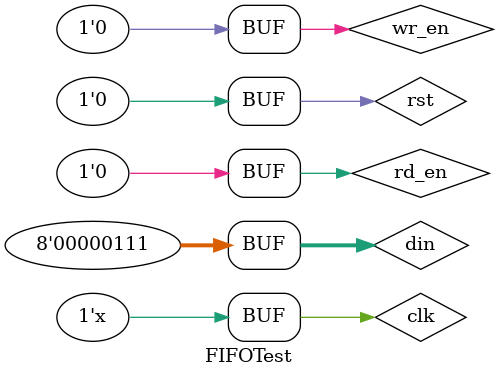
<source format=v>
`timescale 1ns / 1ps


module FIFOTest;

	// Inputs
	reg clk;
	reg rst;
	reg [7:0] din;
	reg wr_en;
	reg rd_en;

	// Outputs
	wire [7:0] dout;
	wire full;
	wire empty;

	// Instantiate the Unit Under Test (UUT)
	FIFO uut (
		.clk(clk), 
		.rst(rst), 
		.din(din), 
		.wr_en(wr_en), 
		.rd_en(rd_en), 
		.dout(dout), 
		.full(full), 
		.empty(empty)
	);

	initial begin
		// Initialize Inputs
		clk = 0;
		rst = 1;
		
		din = 0;
		wr_en = 0;
		rd_en = 0;

		// Wait 100 ns for global reset to finish
		#100;
      rst = 0;
		#20;
		// Add stimulus here

		din = 10;
		#10;
		wr_en = 1;
		
		#10;
		
		wr_en = 0;
		
		#100;
		
		din = 7;
		#10;
		wr_en = 1;
		
		#20;
		
		wr_en = 0;
		
		#100;
		
		rd_en = 1;
		
		#20;
		
		rd_en = 0;
		
		#100;
		
		rd_en = 1;
		
		#20;
		
		rd_en = 0;
		
	end
	
	always
	begin
		#5 clk = ~clk;
	end
      
endmodule


</source>
